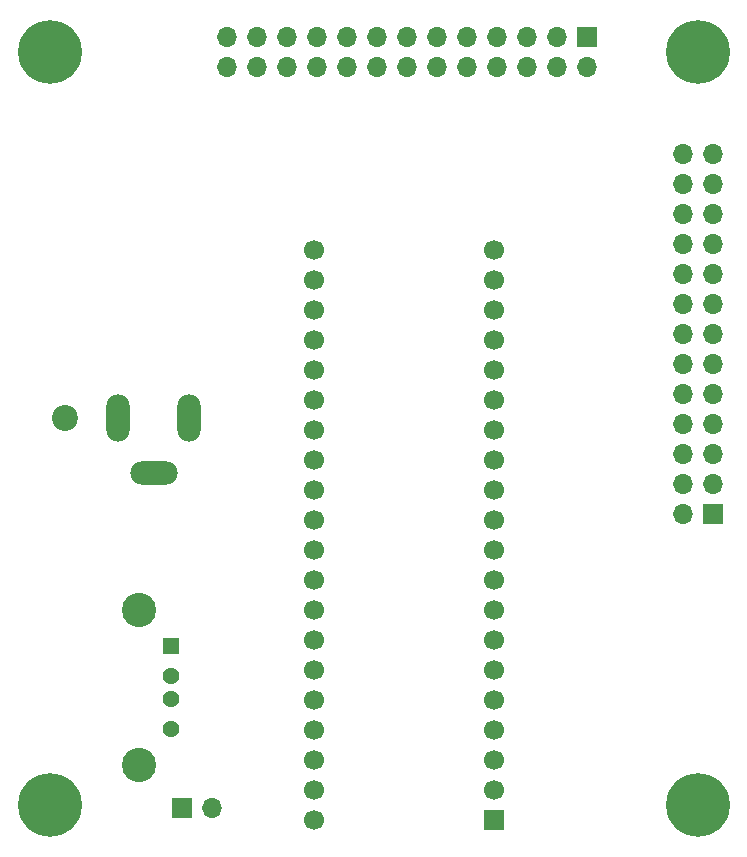
<source format=gbr>
%TF.GenerationSoftware,KiCad,Pcbnew,(6.0.5)*%
%TF.CreationDate,2023-03-04T13:24:12-08:00*%
%TF.ProjectId,DaisyRogue,44616973-7952-46f6-9775-652e6b696361,rev?*%
%TF.SameCoordinates,Original*%
%TF.FileFunction,Soldermask,Bot*%
%TF.FilePolarity,Negative*%
%FSLAX46Y46*%
G04 Gerber Fmt 4.6, Leading zero omitted, Abs format (unit mm)*
G04 Created by KiCad (PCBNEW (6.0.5)) date 2023-03-04 13:24:12*
%MOMM*%
%LPD*%
G01*
G04 APERTURE LIST*
%ADD10C,5.400000*%
%ADD11C,3.100000*%
%ADD12R,1.700000X1.700000*%
%ADD13O,1.700000X1.700000*%
%ADD14C,2.895600*%
%ADD15R,1.428000X1.428000*%
%ADD16C,1.428000*%
%ADD17C,1.700000*%
%ADD18C,2.200000*%
%ADD19O,2.000000X4.000000*%
%ADD20O,4.000000X2.000000*%
G04 APERTURE END LIST*
D10*
%TO.C,H4*%
X86868000Y-141732000D03*
D11*
X86868000Y-141732000D03*
%TD*%
D12*
%TO.C,J3*%
X98039000Y-141986000D03*
D13*
X100579000Y-141986000D03*
%TD*%
D12*
%TO.C,J2*%
X132319000Y-76703000D03*
D13*
X132319000Y-79243000D03*
X129779000Y-76703000D03*
X129779000Y-79243000D03*
X127239000Y-76703000D03*
X127239000Y-79243000D03*
X124699000Y-76703000D03*
X124699000Y-79243000D03*
X122159000Y-76703000D03*
X122159000Y-79243000D03*
X119619000Y-76703000D03*
X119619000Y-79243000D03*
X117079000Y-76703000D03*
X117079000Y-79243000D03*
X114539000Y-76703000D03*
X114539000Y-79243000D03*
X111999000Y-76703000D03*
X111999000Y-79243000D03*
X109459000Y-76703000D03*
X109459000Y-79243000D03*
X106919000Y-76703000D03*
X106919000Y-79243000D03*
X104379000Y-76703000D03*
X104379000Y-79243000D03*
X101839000Y-76703000D03*
X101839000Y-79243000D03*
%TD*%
D12*
%TO.C,J1*%
X143007000Y-117079000D03*
D13*
X140467000Y-117079000D03*
X143007000Y-114539000D03*
X140467000Y-114539000D03*
X143007000Y-111999000D03*
X140467000Y-111999000D03*
X143007000Y-109459000D03*
X140467000Y-109459000D03*
X143007000Y-106919000D03*
X140467000Y-106919000D03*
X143007000Y-104379000D03*
X140467000Y-104379000D03*
X143007000Y-101839000D03*
X140467000Y-101839000D03*
X143007000Y-99299000D03*
X140467000Y-99299000D03*
X143007000Y-96759000D03*
X140467000Y-96759000D03*
X143007000Y-94219000D03*
X140467000Y-94219000D03*
X143007000Y-91679000D03*
X140467000Y-91679000D03*
X143007000Y-89139000D03*
X140467000Y-89139000D03*
X143007000Y-86599000D03*
X140467000Y-86599000D03*
%TD*%
D11*
%TO.C,H3*%
X141732000Y-141732000D03*
D10*
X141732000Y-141732000D03*
%TD*%
D14*
%TO.C,P1*%
X94436000Y-138396000D03*
X94436000Y-125256000D03*
D15*
X97146000Y-128326000D03*
D16*
X97146000Y-130826000D03*
X97146000Y-132826000D03*
X97146000Y-135326000D03*
%TD*%
D12*
%TO.C,A1*%
X124460000Y-143002000D03*
D17*
X124460000Y-140462000D03*
X124460000Y-137922000D03*
X124460000Y-135382000D03*
X124460000Y-132842000D03*
X124460000Y-130302000D03*
X124460000Y-127762000D03*
X124460000Y-125222000D03*
X124460000Y-122682000D03*
X124460000Y-120142000D03*
X124460000Y-117602000D03*
X124460000Y-115062000D03*
X124460000Y-112522000D03*
X124460000Y-109982000D03*
X124460000Y-107442000D03*
X124460000Y-104902000D03*
X124460000Y-102362000D03*
X124460000Y-99822000D03*
X124460000Y-97282000D03*
X124460000Y-94742000D03*
X109220000Y-94742000D03*
X109220000Y-97282000D03*
X109220000Y-99822000D03*
X109220000Y-102362000D03*
X109220000Y-104902000D03*
X109220000Y-107442000D03*
X109220000Y-109982000D03*
X109220000Y-112522000D03*
X109220000Y-115062000D03*
X109220000Y-117602000D03*
X109220000Y-120142000D03*
X109220000Y-122682000D03*
X109220000Y-125222000D03*
X109220000Y-127762000D03*
X109220000Y-130302000D03*
X109220000Y-132842000D03*
X109220000Y-135382000D03*
X109220000Y-137922000D03*
X109220000Y-140462000D03*
X109220000Y-143002000D03*
%TD*%
D11*
%TO.C,H2*%
X141732000Y-77978000D03*
D10*
X141732000Y-77978000D03*
%TD*%
D18*
%TO.C,J4*%
X88168500Y-108966000D03*
D19*
X98668500Y-108966000D03*
X92668500Y-108966000D03*
D20*
X95668500Y-113666000D03*
%TD*%
D10*
%TO.C,H1*%
X86868000Y-77978000D03*
D11*
X86868000Y-77978000D03*
%TD*%
M02*

</source>
